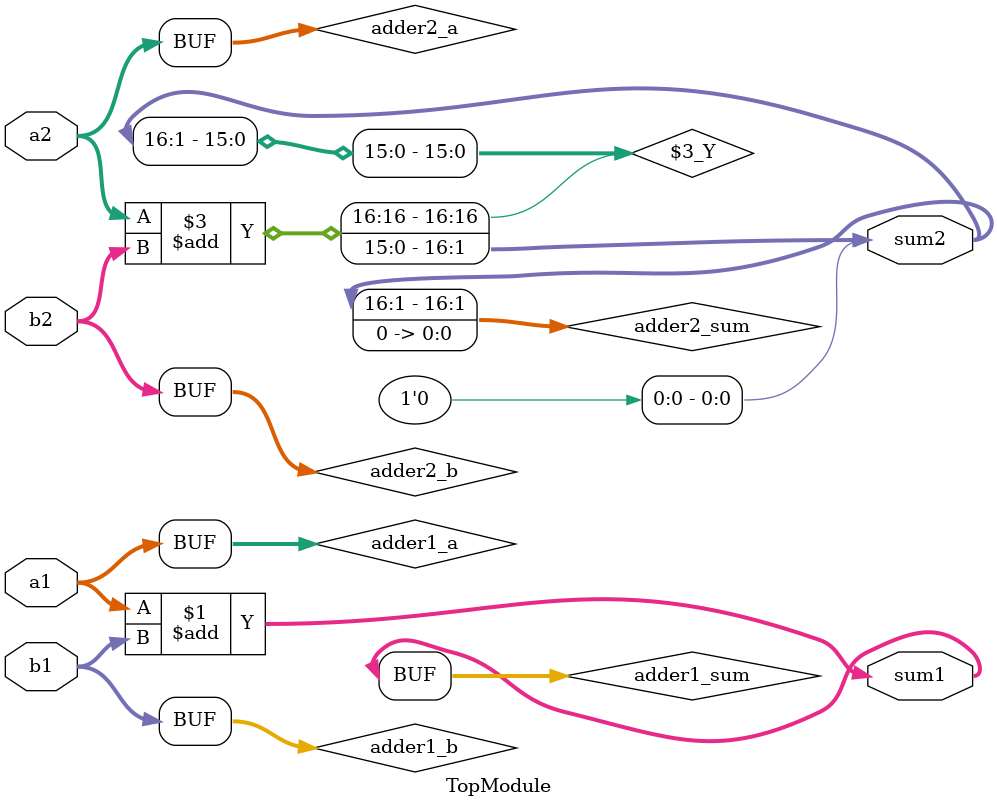
<source format=v>

module TopModule (
        input [7:0] a1,
        input [7:0] b1,
        input [15:0] a2,
        input [15:0] b2,
        output [7:0] sum1,
        output [15+1:0] sum2) ;

    wire [ 8 -1:0] adder1_a;
    wire [ 8 -1:0] adder1_b;
    wire [ 8 -1+ 0 :0] adder1_sum;
    wire [ 16 -1:0] adder2_a;
    wire [ 16 -1:0] adder2_b;
    wire [ 16 -1+ 1 :0] adder2_sum;

    assign   adder1_sum  =(  adder1_a  +  adder1_b  )<<  0  ;



    assign   adder2_sum  =(  adder2_a  +  adder2_b  )<<  1  ;
    assign adder1_a = a1;
    assign adder1_b = b1;
    assign sum1 = adder1_sum;
    assign adder2_a = a2;
    assign adder2_b = b2;
    assign sum2 = adder2_sum;

endmodule

</source>
